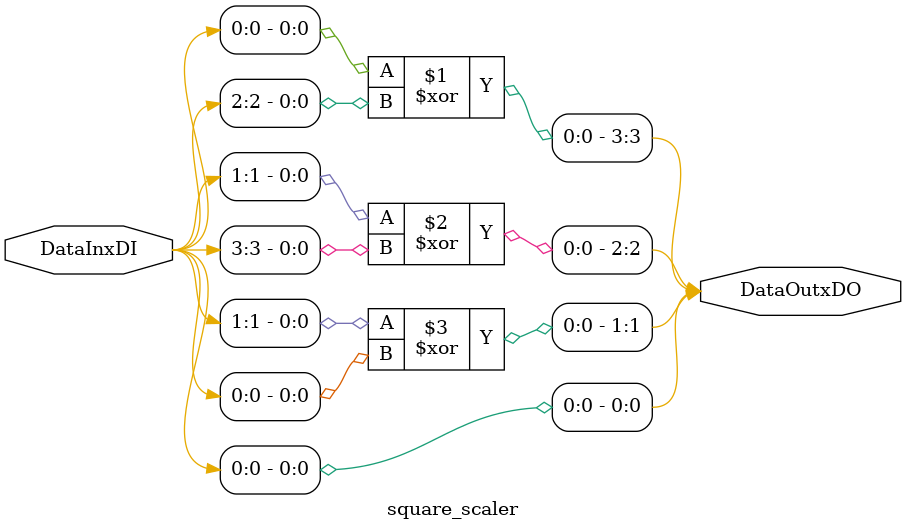
<source format=v>
module square_scaler
(
    DataInxDI,
    DataOutxDO
);
input [3:0] DataInxDI;
output [3:0] DataOutxDO;

generate
    assign DataOutxDO[3] = DataInxDI[0] ^ DataInxDI[2];
    assign DataOutxDO[2] = DataInxDI[1] ^ DataInxDI[3];
    assign DataOutxDO[1] = DataInxDI[1] ^ DataInxDI[0];
    assign DataOutxDO[0] = DataInxDI[0];
endgenerate
    
endmodule
</source>
